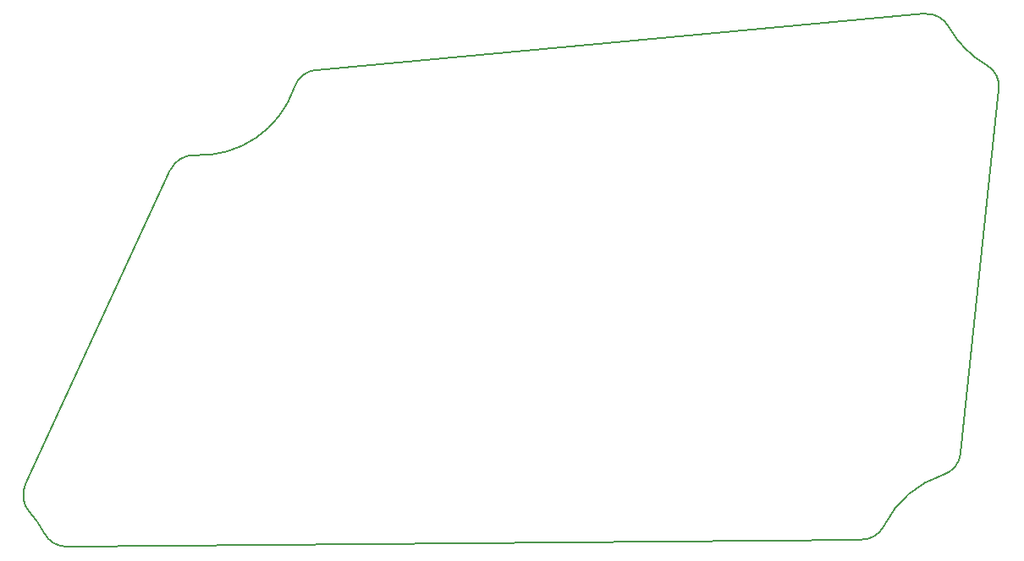
<source format=gm1>
G04 #@! TF.GenerationSoftware,KiCad,Pcbnew,5.0.2-bee76a0~70~ubuntu18.04.1*
G04 #@! TF.CreationDate,2019-04-11T23:01:23-04:00*
G04 #@! TF.ProjectId,interface_rev2,696e7465-7266-4616-9365-5f726576322e,rev?*
G04 #@! TF.SameCoordinates,Original*
G04 #@! TF.FileFunction,Profile,NP*
%FSLAX46Y46*%
G04 Gerber Fmt 4.6, Leading zero omitted, Abs format (unit mm)*
G04 Created by KiCad (PCBNEW 5.0.2-bee76a0~70~ubuntu18.04.1) date Thu 11 Apr 2019 11:01:23 PM EDT*
%MOMM*%
%LPD*%
G01*
G04 APERTURE LIST*
%ADD10C,0.200000*%
G04 APERTURE END LIST*
D10*
X201394866Y-83600230D02*
G75*
G03X200132287Y-81131286I-2526086J265503D01*
G01*
X195814991Y-122207602D02*
G75*
G03X197563302Y-120055118I-777774J2417987D01*
G01*
X103988262Y-123184979D02*
G75*
G03X104407202Y-125946046I2307217J-1062240D01*
G01*
X120927782Y-90185547D02*
G75*
G03X118502074Y-91660543I-118491J-2537236D01*
G01*
X187527010Y-128712402D02*
G75*
G03X189898176Y-127302370I95462J2538206D01*
G01*
X133081767Y-81634596D02*
X193904555Y-76015026D01*
X196357409Y-77308585D02*
G75*
G03X193904555Y-76015026I-2219172J-1235669D01*
G01*
X196357409Y-77308585D02*
G75*
G03X200132287Y-81131286I8765728J4880891D01*
G01*
X103988263Y-123184979D02*
X118502074Y-91660543D01*
X105857637Y-128042461D02*
G75*
G03X104407202Y-125946046I-8909128J-4613949D01*
G01*
X105857304Y-128041819D02*
G75*
G03X108253257Y-129410503I2255808J1167448D01*
G01*
X133081766Y-81634596D02*
G75*
G03X130907442Y-83355672I233681J-2529228D01*
G01*
X195814992Y-122207604D02*
G75*
G03X189898176Y-127302370I3072210J-9551052D01*
G01*
X201394865Y-83600229D02*
X197563302Y-120055118D01*
X120927781Y-90185548D02*
G75*
G03X130907442Y-83355672I468040J10022077D01*
G01*
X187522952Y-128711591D02*
X108253306Y-129410417D01*
M02*

</source>
